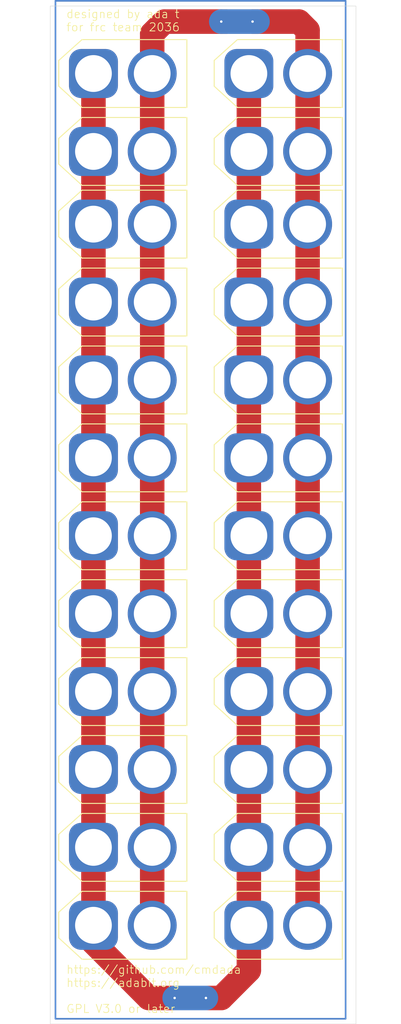
<source format=kicad_pcb>
(kicad_pcb (version 20241229) (generator "pcbnew") (generator_version "9.0")
  (layers (0 "F.Cu" signal) (2 "B.Cu" signal) (13 "F.Paste" user) (15 "B.Paste" user) (5 "F.SilkS" user "F.Silkscreen") (7 "B.SilkS" user "B.Silkscreen") (1 "F.Mask" user) (3 "B.Mask" user) (25 "Edge.Cuts" user))
  (net 0 "")
  (footprint "Connector_AMASS:AMASS_XT60-F_1x02_P7.20mm_Vertical" (layer "F.Cu") (at 99.905 132.08)
    (property "Reference" "REF**" (hide yes))
    (property "Value" "AMASS_XT60-F_1x02_P7.20mm_Vertical")
    (fp_line (start -4.25 -1.6) (end -4.25 1.55) (stroke (width 0.12)) (layer "F.SilkS"))
    (fp_line (start -4.25 1.55) (end -1.4 4.15) (stroke (width 0.12)) (layer "F.SilkS"))
    (fp_line (start -1.4 -4.15) (end -4.25 -1.6) (stroke (width 0.12)) (layer "F.SilkS"))
    (fp_line (start -1.4 4.15) (end 11.45 4.15) (stroke (width 0.12)) (layer "F.SilkS"))
    (fp_line (start 11.45 -4.15) (end -1.4 -4.15) (stroke (width 0.12)) (layer "F.SilkS"))
    (fp_line (start 11.45 4.15) (end 11.45 -4.15) (stroke (width 0.12)) (layer "F.SilkS"))
    (pad "1" thru_hole roundrect (at 0 0) (size 6 6) (drill 4.5) (layers "*.Cu" "*.Mask"))
    (pad "2" thru_hole circle (at 7.2 0) (size 6 6) (drill 4.5) (layers "*.Cu" "*.Mask"))
  )
  (footprint "Connector_AMASS:AMASS_XT60-F_1x02_P7.20mm_Vertical" (layer "F.Cu") (at 118.955 113.03)
    (property "Reference" "REF**" (hide yes))
    (property "Value" "AMASS_XT60-F_1x02_P7.20mm_Vertical")
    (fp_line (start -4.25 -1.6) (end -4.25 1.55) (stroke (width 0.12)) (layer "F.SilkS") (net 159406928))
    (fp_line (start -4.25 1.55) (end -1.4 4.15) (stroke (width 0.12)) (layer "F.SilkS") (net 159406928))
    (fp_line (start -1.4 -4.15) (end -4.25 -1.6) (stroke (width 0.12)) (layer "F.SilkS") (net 159406928))
    (fp_line (start -1.4 4.15) (end 11.45 4.15) (stroke (width 0.12)) (layer "F.SilkS") (net 159406928))
    (fp_line (start 11.45 -4.15) (end -1.4 -4.15) (stroke (width 0.12)) (layer "F.SilkS") (net 159406928))
    (fp_line (start 11.45 4.15) (end 11.45 -4.15) (stroke (width 0.12)) (layer "F.SilkS") (net 159406928))
    (pad "1" thru_hole roundrect (at 0 0) (size 6 6) (drill 4.5) (layers "*.Cu" "*.Mask"))
    (pad "2" thru_hole circle (at 7.2 0) (size 6 6) (drill 4.5) (layers "*.Cu" "*.Mask"))
  )
  (footprint "Connector_AMASS:AMASS_XT60-F_1x02_P7.20mm_Vertical" (layer "F.Cu") (at 118.955 151.13)
    (property "Reference" "REF**" (hide yes))
    (property "Value" "AMASS_XT60-F_1x02_P7.20mm_Vertical")
    (fp_line (start -4.25 -1.6) (end -4.25 1.55) (stroke (width 0.12)) (layer "F.SilkS") (net 159406928))
    (fp_line (start -4.25 1.55) (end -1.4 4.15) (stroke (width 0.12)) (layer "F.SilkS") (net 159406928))
    (fp_line (start -1.4 -4.15) (end -4.25 -1.6) (stroke (width 0.12)) (layer "F.SilkS") (net 159406928))
    (fp_line (start -1.4 4.15) (end 11.45 4.15) (stroke (width 0.12)) (layer "F.SilkS") (net 159406928))
    (fp_line (start 11.45 -4.15) (end -1.4 -4.15) (stroke (width 0.12)) (layer "F.SilkS") (net 159406928))
    (fp_line (start 11.45 4.15) (end 11.45 -4.15) (stroke (width 0.12)) (layer "F.SilkS") (net 159406928))
    (pad "1" thru_hole roundrect (at 0 0) (size 6 6) (drill 4.5) (layers "*.Cu" "*.Mask"))
    (pad "2" thru_hole circle (at 7.2 0) (size 6 6) (drill 4.5) (layers "*.Cu" "*.Mask"))
  )
  (footprint "Connector_AMASS:AMASS_XT60-F_1x02_P7.20mm_Vertical" (layer "F.Cu") (at 118.955 141.605)
    (property "Reference" "REF**" (hide yes))
    (property "Value" "AMASS_XT60-F_1x02_P7.20mm_Vertical")
    (fp_line (start -4.25 -1.6) (end -4.25 1.55) (stroke (width 0.12)) (layer "F.SilkS") (net 159406928))
    (fp_line (start -4.25 1.55) (end -1.4 4.15) (stroke (width 0.12)) (layer "F.SilkS") (net 159406928))
    (fp_line (start -1.4 -4.15) (end -4.25 -1.6) (stroke (width 0.12)) (layer "F.SilkS") (net 159406928))
    (fp_line (start -1.4 4.15) (end 11.45 4.15) (stroke (width 0.12)) (layer "F.SilkS") (net 159406928))
    (fp_line (start 11.45 -4.15) (end -1.4 -4.15) (stroke (width 0.12)) (layer "F.SilkS") (net 159406928))
    (fp_line (start 11.45 4.15) (end 11.45 -4.15) (stroke (width 0.12)) (layer "F.SilkS") (net 159406928))
    (pad "1" thru_hole roundrect (at 0 0) (size 6 6) (drill 4.5) (layers "*.Cu" "*.Mask"))
    (pad "2" thru_hole circle (at 7.2 0) (size 6 6) (drill 4.5) (layers "*.Cu" "*.Mask"))
  )
  (footprint "Connector_AMASS:AMASS_XT60-F_1x02_P7.20mm_Vertical" (layer "F.Cu") (at 118.955 132.08)
    (property "Reference" "REF**" (hide yes))
    (property "Value" "AMASS_XT60-F_1x02_P7.20mm_Vertical")
    (fp_line (start -4.25 -1.6) (end -4.25 1.55) (stroke (width 0.12)) (layer "F.SilkS") (net 159406928))
    (fp_line (start -4.25 1.55) (end -1.4 4.15) (stroke (width 0.12)) (layer "F.SilkS") (net 159406928))
    (fp_line (start -1.4 -4.15) (end -4.25 -1.6) (stroke (width 0.12)) (layer "F.SilkS") (net 159406928))
    (fp_line (start -1.4 4.15) (end 11.45 4.15) (stroke (width 0.12)) (layer "F.SilkS") (net 159406928))
    (fp_line (start 11.45 -4.15) (end -1.4 -4.15) (stroke (width 0.12)) (layer "F.SilkS") (net 159406928))
    (fp_line (start 11.45 4.15) (end 11.45 -4.15) (stroke (width 0.12)) (layer "F.SilkS") (net 159406928))
    (pad "1" thru_hole roundrect (at 0 0) (size 6 6) (drill 4.5) (layers "*.Cu" "*.Mask"))
    (pad "2" thru_hole circle (at 7.2 0) (size 6 6) (drill 4.5) (layers "*.Cu" "*.Mask"))
  )
  (footprint "Connector_AMASS:AMASS_XT60-F_1x02_P7.20mm_Vertical" (layer "F.Cu") (at 118.955 122.555)
    (property "Reference" "REF**" (hide yes))
    (property "Value" "AMASS_XT60-F_1x02_P7.20mm_Vertical")
    (fp_line (start -4.25 -1.6) (end -4.25 1.55) (stroke (width 0.12)) (layer "F.SilkS") (net 159406928))
    (fp_line (start -4.25 1.55) (end -1.4 4.15) (stroke (width 0.12)) (layer "F.SilkS") (net 159406928))
    (fp_line (start -1.4 -4.15) (end -4.25 -1.6) (stroke (width 0.12)) (layer "F.SilkS") (net 159406928))
    (fp_line (start -1.4 4.15) (end 11.45 4.15) (stroke (width 0.12)) (layer "F.SilkS") (net 159406928))
    (fp_line (start 11.45 -4.15) (end -1.4 -4.15) (stroke (width 0.12)) (layer "F.SilkS") (net 159406928))
    (fp_line (start 11.45 4.15) (end 11.45 -4.15) (stroke (width 0.12)) (layer "F.SilkS") (net 159406928))
    (pad "1" thru_hole roundrect (at 0 0) (size 6 6) (drill 4.5) (layers "*.Cu" "*.Mask"))
    (pad "2" thru_hole circle (at 7.2 0) (size 6 6) (drill 4.5) (layers "*.Cu" "*.Mask"))
  )
  (footprint "Connector_AMASS:AMASS_XT60-F_1x02_P7.20mm_Vertical" (layer "F.Cu") (at 99.905 141.605)
    (property "Reference" "REF**" (hide yes))
    (property "Value" "AMASS_XT60-F_1x02_P7.20mm_Vertical")
    (fp_line (start -4.25 -1.6) (end -4.25 1.55) (stroke (width 0.12)) (layer "F.SilkS"))
    (fp_line (start -4.25 1.55) (end -1.4 4.15) (stroke (width 0.12)) (layer "F.SilkS"))
    (fp_line (start -1.4 -4.15) (end -4.25 -1.6) (stroke (width 0.12)) (layer "F.SilkS"))
    (fp_line (start -1.4 4.15) (end 11.45 4.15) (stroke (width 0.12)) (layer "F.SilkS"))
    (fp_line (start 11.45 -4.15) (end -1.4 -4.15) (stroke (width 0.12)) (layer "F.SilkS"))
    (fp_line (start 11.45 4.15) (end 11.45 -4.15) (stroke (width 0.12)) (layer "F.SilkS"))
    (pad "1" thru_hole roundrect (at 0 0) (size 6 6) (drill 4.5) (layers "*.Cu" "*.Mask"))
    (pad "2" thru_hole circle (at 7.2 0) (size 6 6) (drill 4.5) (layers "*.Cu" "*.Mask"))
  )
  (footprint "Connector_AMASS:AMASS_XT60-F_1x02_P7.20mm_Vertical" (layer "F.Cu") (at 118.955 74.93)
    (property "Reference" "REF**" (hide yes))
    (property "Value" "AMASS_XT60-F_1x02_P7.20mm_Vertical")
    (fp_line (start -4.25 -1.6) (end -4.25 1.55) (stroke (width 0.12)) (layer "F.SilkS") (net 159406928))
    (fp_line (start -4.25 1.55) (end -1.4 4.15) (stroke (width 0.12)) (layer "F.SilkS") (net 159406928))
    (fp_line (start -1.4 -4.15) (end -4.25 -1.6) (stroke (width 0.12)) (layer "F.SilkS") (net 159406928))
    (fp_line (start -1.4 4.15) (end 11.45 4.15) (stroke (width 0.12)) (layer "F.SilkS") (net 159406928))
    (fp_line (start 11.45 -4.15) (end -1.4 -4.15) (stroke (width 0.12)) (layer "F.SilkS") (net 159406928))
    (fp_line (start 11.45 4.15) (end 11.45 -4.15) (stroke (width 0.12)) (layer "F.SilkS") (net 159406928))
    (pad "1" thru_hole roundrect (at 0 0) (size 6 6) (drill 4.5) (layers "*.Cu" "*.Mask"))
    (pad "2" thru_hole circle (at 7.2 0) (size 6 6) (drill 4.5) (layers "*.Cu" "*.Mask"))
  )
  (footprint "Connector_AMASS:AMASS_XT60-F_1x02_P7.20mm_Vertical" (layer "F.Cu") (at 99.905 103.505)
    (property "Reference" "REF**" (hide yes))
    (property "Value" "AMASS_XT60-F_1x02_P7.20mm_Vertical")
    (fp_line (start -4.25 -1.6) (end -4.25 1.55) (stroke (width 0.12)) (layer "F.SilkS"))
    (fp_line (start -4.25 1.55) (end -1.4 4.15) (stroke (width 0.12)) (layer "F.SilkS"))
    (fp_line (start -1.4 -4.15) (end -4.25 -1.6) (stroke (width 0.12)) (layer "F.SilkS"))
    (fp_line (start -1.4 4.15) (end 11.45 4.15) (stroke (width 0.12)) (layer "F.SilkS"))
    (fp_line (start 11.45 -4.15) (end -1.4 -4.15) (stroke (width 0.12)) (layer "F.SilkS"))
    (fp_line (start 11.45 4.15) (end 11.45 -4.15) (stroke (width 0.12)) (layer "F.SilkS"))
    (pad "1" thru_hole roundrect (at 0 0) (size 6 6) (drill 4.5) (layers "*.Cu" "*.Mask"))
    (pad "2" thru_hole circle (at 7.2 0) (size 6 6) (drill 4.5) (layers "*.Cu" "*.Mask"))
  )
  (footprint "Connector_AMASS:AMASS_XT60-F_1x02_P7.20mm_Vertical" (layer "F.Cu") (at 118.955 93.98)
    (property "Reference" "REF**" (hide yes))
    (property "Value" "AMASS_XT60-F_1x02_P7.20mm_Vertical")
    (fp_line (start -4.25 -1.6) (end -4.25 1.55) (stroke (width 0.12)) (layer "F.SilkS") (net 159406928))
    (fp_line (start -4.25 1.55) (end -1.4 4.15) (stroke (width 0.12)) (layer "F.SilkS") (net 159406928))
    (fp_line (start -1.4 -4.15) (end -4.25 -1.6) (stroke (width 0.12)) (layer "F.SilkS") (net 159406928))
    (fp_line (start -1.4 4.15) (end 11.45 4.15) (stroke (width 0.12)) (layer "F.SilkS") (net 159406928))
    (fp_line (start 11.45 -4.15) (end -1.4 -4.15) (stroke (width 0.12)) (layer "F.SilkS") (net 159406928))
    (fp_line (start 11.45 4.15) (end 11.45 -4.15) (stroke (width 0.12)) (layer "F.SilkS") (net 159406928))
    (pad "1" thru_hole roundrect (at 0 0) (size 6 6) (drill 4.5) (layers "*.Cu" "*.Mask"))
    (pad "2" thru_hole circle (at 7.2 0) (size 6 6) (drill 4.5) (layers "*.Cu" "*.Mask"))
  )
  (footprint "Connector_AMASS:AMASS_XT60-F_1x02_P7.20mm_Vertical" (layer "F.Cu") (at 99.905 56.515)
    (property "Reference" "REF**" (hide yes))
    (property "Value" "AMASS_XT60-F_1x02_P7.20mm_Vertical")
    (fp_line (start -4.25 -1.6) (end -4.25 1.55) (stroke (width 0.12)) (layer "F.SilkS"))
    (fp_line (start -4.25 1.55) (end -1.4 4.15) (stroke (width 0.12)) (layer "F.SilkS"))
    (fp_line (start -1.4 -4.15) (end -4.25 -1.6) (stroke (width 0.12)) (layer "F.SilkS"))
    (fp_line (start -1.4 4.15) (end 11.45 4.15) (stroke (width 0.12)) (layer "F.SilkS"))
    (fp_line (start 11.45 -4.15) (end -1.4 -4.15) (stroke (width 0.12)) (layer "F.SilkS"))
    (fp_line (start 11.45 4.15) (end 11.45 -4.15) (stroke (width 0.12)) (layer "F.SilkS"))
    (pad "1" thru_hole roundrect (at 0 0) (size 6 6) (drill 4.5) (layers "*.Cu" "*.Mask"))
    (pad "2" thru_hole circle (at 7.2 0) (size 6 6) (drill 4.5) (layers "*.Cu" "*.Mask"))
  )
  (footprint "Connector_AMASS:AMASS_XT60-F_1x02_P7.20mm_Vertical" (layer "F.Cu") (at 118.955 65.405)
    (property "Reference" "REF**" (hide yes))
    (property "Value" "AMASS_XT60-F_1x02_P7.20mm_Vertical")
    (fp_line (start -4.25 -1.6) (end -4.25 1.55) (stroke (width 0.12)) (layer "F.SilkS") (net 159406928))
    (fp_line (start -4.25 1.55) (end -1.4 4.15) (stroke (width 0.12)) (layer "F.SilkS") (net 159406928))
    (fp_line (start -1.4 -4.15) (end -4.25 -1.6) (stroke (width 0.12)) (layer "F.SilkS") (net 159406928))
    (fp_line (start -1.4 4.15) (end 11.45 4.15) (stroke (width 0.12)) (layer "F.SilkS") (net 159406928))
    (fp_line (start 11.45 -4.15) (end -1.4 -4.15) (stroke (width 0.12)) (layer "F.SilkS") (net 159406928))
    (fp_line (start 11.45 4.15) (end 11.45 -4.15) (stroke (width 0.12)) (layer "F.SilkS") (net 159406928))
    (pad "1" thru_hole roundrect (at 0 0) (size 6 6) (drill 4.5) (layers "*.Cu" "*.Mask"))
    (pad "2" thru_hole circle (at 7.2 0) (size 6 6) (drill 4.5) (layers "*.Cu" "*.Mask"))
  )
  (footprint "Connector_AMASS:AMASS_XT60-F_1x02_P7.20mm_Vertical" (layer "F.Cu") (at 118.955 56.515)
    (property "Reference" "REF**" (hide yes))
    (property "Value" "AMASS_XT60-F_1x02_P7.20mm_Vertical")
    (fp_line (start -4.25 -1.6) (end -4.25 1.55) (stroke (width 0.12)) (layer "F.SilkS") (net 159406928))
    (fp_line (start -4.25 1.55) (end -1.4 4.15) (stroke (width 0.12)) (layer "F.SilkS") (net 159406928))
    (fp_line (start -1.4 -4.15) (end -4.25 -1.6) (stroke (width 0.12)) (layer "F.SilkS") (net 159406928))
    (fp_line (start -1.4 4.15) (end 11.45 4.15) (stroke (width 0.12)) (layer "F.SilkS") (net 159406928))
    (fp_line (start 11.45 -4.15) (end -1.4 -4.15) (stroke (width 0.12)) (layer "F.SilkS") (net 159406928))
    (fp_line (start 11.45 4.15) (end 11.45 -4.15) (stroke (width 0.12)) (layer "F.SilkS") (net 159406928))
    (pad "1" thru_hole roundrect (at 0 0) (size 6 6) (drill 4.5) (layers "*.Cu" "*.Mask"))
    (pad "2" thru_hole circle (at 7.2 0) (size 6 6) (drill 4.5) (layers "*.Cu" "*.Mask"))
  )
  (footprint "Connector_AMASS:AMASS_XT60-F_1x02_P7.20mm_Vertical" (layer "F.Cu") (at 99.905 122.555)
    (property "Reference" "REF**" (hide yes))
    (property "Value" "AMASS_XT60-F_1x02_P7.20mm_Vertical")
    (fp_line (start -4.25 -1.6) (end -4.25 1.55) (stroke (width 0.12)) (layer "F.SilkS"))
    (fp_line (start -4.25 1.55) (end -1.4 4.15) (stroke (width 0.12)) (layer "F.SilkS"))
    (fp_line (start -1.4 -4.15) (end -4.25 -1.6) (stroke (width 0.12)) (layer "F.SilkS"))
    (fp_line (start -1.4 4.15) (end 11.45 4.15) (stroke (width 0.12)) (layer "F.SilkS"))
    (fp_line (start 11.45 -4.15) (end -1.4 -4.15) (stroke (width 0.12)) (layer "F.SilkS"))
    (fp_line (start 11.45 4.15) (end 11.45 -4.15) (stroke (width 0.12)) (layer "F.SilkS"))
    (pad "1" thru_hole roundrect (at 0 0) (size 6 6) (drill 4.5) (layers "*.Cu" "*.Mask"))
    (pad "2" thru_hole circle (at 7.2 0) (size 6 6) (drill 4.5) (layers "*.Cu" "*.Mask"))
  )
  (footprint "Connector_AMASS:AMASS_XT60-F_1x02_P7.20mm_Vertical" (layer "F.Cu") (at 99.905 93.98)
    (property "Reference" "REF**" (hide yes))
    (property "Value" "AMASS_XT60-F_1x02_P7.20mm_Vertical")
    (fp_line (start -4.25 -1.6) (end -4.25 1.55) (stroke (width 0.12)) (layer "F.SilkS"))
    (fp_line (start -4.25 1.55) (end -1.4 4.15) (stroke (width 0.12)) (layer "F.SilkS"))
    (fp_line (start -1.4 -4.15) (end -4.25 -1.6) (stroke (width 0.12)) (layer "F.SilkS"))
    (fp_line (start -1.4 4.15) (end 11.45 4.15) (stroke (width 0.12)) (layer "F.SilkS"))
    (fp_line (start 11.45 -4.15) (end -1.4 -4.15) (stroke (width 0.12)) (layer "F.SilkS"))
    (fp_line (start 11.45 4.15) (end 11.45 -4.15) (stroke (width 0.12)) (layer "F.SilkS"))
    (pad "1" thru_hole roundrect (at 0 0) (size 6 6) (drill 4.5) (layers "*.Cu" "*.Mask"))
    (pad "2" thru_hole circle (at 7.2 0) (size 6 6) (drill 4.5) (layers "*.Cu" "*.Mask"))
  )
  (footprint "Connector_AMASS:AMASS_XT60-F_1x02_P7.20mm_Vertical" (layer "F.Cu") (at 118.955 103.505)
    (property "Reference" "REF**" (hide yes))
    (property "Value" "AMASS_XT60-F_1x02_P7.20mm_Vertical")
    (fp_line (start -4.25 -1.6) (end -4.25 1.55) (stroke (width 0.12)) (layer "F.SilkS") (net 159406928))
    (fp_line (start -4.25 1.55) (end -1.4 4.15) (stroke (width 0.12)) (layer "F.SilkS") (net 159406928))
    (fp_line (start -1.4 -4.15) (end -4.25 -1.6) (stroke (width 0.12)) (layer "F.SilkS") (net 159406928))
    (fp_line (start -1.4 4.15) (end 11.45 4.15) (stroke (width 0.12)) (layer "F.SilkS") (net 159406928))
    (fp_line (start 11.45 -4.15) (end -1.4 -4.15) (stroke (width 0.12)) (layer "F.SilkS") (net 159406928))
    (fp_line (start 11.45 4.15) (end 11.45 -4.15) (stroke (width 0.12)) (layer "F.SilkS") (net 159406928))
    (pad "1" thru_hole roundrect (at 0 0) (size 6 6) (drill 4.5) (layers "*.Cu" "*.Mask"))
    (pad "2" thru_hole circle (at 7.2 0) (size 6 6) (drill 4.5) (layers "*.Cu" "*.Mask"))
  )
  (footprint "Connector_AMASS:AMASS_XT60-F_1x02_P7.20mm_Vertical" (layer "F.Cu") (at 118.955 46.99)
    (property "Reference" "REF**" (hide yes))
    (property "Value" "AMASS_XT60-F_1x02_P7.20mm_Vertical")
    (fp_line (start -4.25 -1.6) (end -4.25 1.55) (stroke (width 0.12)) (layer "F.SilkS") (net 159406928))
    (fp_line (start -4.25 1.55) (end -1.4 4.15) (stroke (width 0.12)) (layer "F.SilkS") (net 159406928))
    (fp_line (start -1.4 -4.15) (end -4.25 -1.6) (stroke (width 0.12)) (layer "F.SilkS") (net 159406928))
    (fp_line (start -1.4 4.15) (end 11.45 4.15) (stroke (width 0.12)) (layer "F.SilkS") (net 159406928))
    (fp_line (start 11.45 -4.15) (end -1.4 -4.15) (stroke (width 0.12)) (layer "F.SilkS") (net 159406928))
    (fp_line (start 11.45 4.15) (end 11.45 -4.15) (stroke (width 0.12)) (layer "F.SilkS") (net 159406928))
    (pad "1" thru_hole roundrect (at 0 0) (size 6 6) (drill 4.5) (layers "*.Cu" "*.Mask"))
    (pad "2" thru_hole circle (at 7.2 0) (size 6 6) (drill 4.5) (layers "*.Cu" "*.Mask"))
  )
  (footprint "Connector_AMASS:AMASS_XT60-F_1x02_P7.20mm_Vertical" (layer "F.Cu") (at 99.905 113.03)
    (property "Reference" "REF**" (hide yes))
    (property "Value" "AMASS_XT60-F_1x02_P7.20mm_Vertical")
    (fp_line (start -4.25 -1.6) (end -4.25 1.55) (stroke (width 0.12)) (layer "F.SilkS"))
    (fp_line (start -4.25 1.55) (end -1.4 4.15) (stroke (width 0.12)) (layer "F.SilkS"))
    (fp_line (start -1.4 -4.15) (end -4.25 -1.6) (stroke (width 0.12)) (layer "F.SilkS"))
    (fp_line (start -1.4 4.15) (end 11.45 4.15) (stroke (width 0.12)) (layer "F.SilkS"))
    (fp_line (start 11.45 -4.15) (end -1.4 -4.15) (stroke (width 0.12)) (layer "F.SilkS"))
    (fp_line (start 11.45 4.15) (end 11.45 -4.15) (stroke (width 0.12)) (layer "F.SilkS"))
    (pad "1" thru_hole roundrect (at 0 0) (size 6 6) (drill 4.5) (layers "*.Cu" "*.Mask"))
    (pad "2" thru_hole circle (at 7.2 0) (size 6 6) (drill 4.5) (layers "*.Cu" "*.Mask"))
  )
  (footprint "Connector_AMASS:AMASS_XT60-F_1x02_P7.20mm_Vertical" (layer "F.Cu") (at 118.955 84.455)
    (property "Reference" "REF**" (hide yes))
    (property "Value" "AMASS_XT60-F_1x02_P7.20mm_Vertical")
    (fp_line (start -4.25 -1.6) (end -4.25 1.55) (stroke (width 0.12)) (layer "F.SilkS") (net 159406928))
    (fp_line (start -4.25 1.55) (end -1.4 4.15) (stroke (width 0.12)) (layer "F.SilkS") (net 159406928))
    (fp_line (start -1.4 -4.15) (end -4.25 -1.6) (stroke (width 0.12)) (layer "F.SilkS") (net 159406928))
    (fp_line (start -1.4 4.15) (end 11.45 4.15) (stroke (width 0.12)) (layer "F.SilkS") (net 159406928))
    (fp_line (start 11.45 -4.15) (end -1.4 -4.15) (stroke (width 0.12)) (layer "F.SilkS") (net 159406928))
    (fp_line (start 11.45 4.15) (end 11.45 -4.15) (stroke (width 0.12)) (layer "F.SilkS") (net 159406928))
    (pad "1" thru_hole roundrect (at 0 0) (size 6 6) (drill 4.5) (layers "*.Cu" "*.Mask"))
    (pad "2" thru_hole circle (at 7.2 0) (size 6 6) (drill 4.5) (layers "*.Cu" "*.Mask"))
  )
  (footprint "Connector_AMASS:AMASS_XT60-F_1x02_P7.20mm_Vertical" (layer "F.Cu") (at 99.905 151.13)
    (property "Reference" "REF**" (hide yes))
    (property "Value" "AMASS_XT60-F_1x02_P7.20mm_Vertical")
    (fp_line (start -4.25 -1.6) (end -4.25 1.55) (stroke (width 0.12)) (layer "F.SilkS"))
    (fp_line (start -4.25 1.55) (end -1.4 4.15) (stroke (width 0.12)) (layer "F.SilkS"))
    (fp_line (start -1.4 -4.15) (end -4.25 -1.6) (stroke (width 0.12)) (layer "F.SilkS"))
    (fp_line (start -1.4 4.15) (end 11.45 4.15) (stroke (width 0.12)) (layer "F.SilkS"))
    (fp_line (start 11.45 -4.15) (end -1.4 -4.15) (stroke (width 0.12)) (layer "F.SilkS"))
    (fp_line (start 11.45 4.15) (end 11.45 -4.15) (stroke (width 0.12)) (layer "F.SilkS"))
    (pad "1" thru_hole roundrect (at 0 0) (size 6 6) (drill 4.5) (layers "*.Cu" "*.Mask"))
    (pad "2" thru_hole circle (at 7.2 0) (size 6 6) (drill 4.5) (layers "*.Cu" "*.Mask"))
  )
  (footprint "Connector_AMASS:AMASS_XT60-F_1x02_P7.20mm_Vertical" (layer "F.Cu") (at 99.905 84.455)
    (property "Reference" "REF**" (hide yes))
    (property "Value" "AMASS_XT60-F_1x02_P7.20mm_Vertical")
    (fp_line (start -4.25 -1.6) (end -4.25 1.55) (stroke (width 0.12)) (layer "F.SilkS"))
    (fp_line (start -4.25 1.55) (end -1.4 4.15) (stroke (width 0.12)) (layer "F.SilkS"))
    (fp_line (start -1.4 -4.15) (end -4.25 -1.6) (stroke (width 0.12)) (layer "F.SilkS"))
    (fp_line (start -1.4 4.15) (end 11.45 4.15) (stroke (width 0.12)) (layer "F.SilkS"))
    (fp_line (start 11.45 -4.15) (end -1.4 -4.15) (stroke (width 0.12)) (layer "F.SilkS"))
    (fp_line (start 11.45 4.15) (end 11.45 -4.15) (stroke (width 0.12)) (layer "F.SilkS"))
    (pad "1" thru_hole roundrect (at 0 0) (size 6 6) (drill 4.5) (layers "*.Cu" "*.Mask"))
    (pad "2" thru_hole circle (at 7.2 0) (size 6 6) (drill 4.5) (layers "*.Cu" "*.Mask"))
  )
  (footprint "Connector_AMASS:AMASS_XT60-F_1x02_P7.20mm_Vertical" (layer "F.Cu") (at 99.905 46.99)
    (property "Reference" "REF**" (hide yes))
    (property "Value" "AMASS_XT60-F_1x02_P7.20mm_Vertical")
    (fp_line (start -4.25 -1.6) (end -4.25 1.55) (stroke (width 0.12)) (layer "F.SilkS"))
    (fp_line (start -4.25 1.55) (end -1.4 4.15) (stroke (width 0.12)) (layer "F.SilkS"))
    (fp_line (start -1.4 -4.15) (end -4.25 -1.6) (stroke (width 0.12)) (layer "F.SilkS"))
    (fp_line (start -1.4 4.15) (end 11.45 4.15) (stroke (width 0.12)) (layer "F.SilkS"))
    (fp_line (start 11.45 -4.15) (end -1.4 -4.15) (stroke (width 0.12)) (layer "F.SilkS"))
    (fp_line (start 11.45 4.15) (end 11.45 -4.15) (stroke (width 0.12)) (layer "F.SilkS"))
    (pad "1" thru_hole roundrect (at 0 0) (size 6 6) (drill 4.5) (layers "*.Cu" "*.Mask"))
    (pad "2" thru_hole circle (at 7.2 0) (size 6 6) (drill 4.5) (layers "*.Cu" "*.Mask"))
  )
  (footprint "Connector_AMASS:AMASS_XT60-F_1x02_P7.20mm_Vertical" (layer "F.Cu") (at 99.905 65.405)
    (property "Reference" "REF**" (hide yes))
    (property "Value" "AMASS_XT60-F_1x02_P7.20mm_Vertical")
    (fp_line (start -4.25 -1.6) (end -4.25 1.55) (stroke (width 0.12)) (layer "F.SilkS"))
    (fp_line (start -4.25 1.55) (end -1.4 4.15) (stroke (width 0.12)) (layer "F.SilkS"))
    (fp_line (start -1.4 -4.15) (end -4.25 -1.6) (stroke (width 0.12)) (layer "F.SilkS"))
    (fp_line (start -1.4 4.15) (end 11.45 4.15) (stroke (width 0.12)) (layer "F.SilkS"))
    (fp_line (start 11.45 -4.15) (end -1.4 -4.15) (stroke (width 0.12)) (layer "F.SilkS"))
    (fp_line (start 11.45 4.15) (end 11.45 -4.15) (stroke (width 0.12)) (layer "F.SilkS"))
    (pad "1" thru_hole roundrect (at 0 0) (size 6 6) (drill 4.5) (layers "*.Cu" "*.Mask"))
    (pad "2" thru_hole circle (at 7.2 0) (size 6 6) (drill 4.5) (layers "*.Cu" "*.Mask"))
  )
  (footprint "Connector_AMASS:AMASS_XT60-F_1x02_P7.20mm_Vertical" (layer "F.Cu") (at 99.905 74.93)
    (property "Reference" "REF**" (hide yes))
    (property "Value" "AMASS_XT60-F_1x02_P7.20mm_Vertical")
    (fp_line (start -4.25 -1.6) (end -4.25 1.55) (stroke (width 0.12)) (layer "F.SilkS"))
    (fp_line (start -4.25 1.55) (end -1.4 4.15) (stroke (width 0.12)) (layer "F.SilkS"))
    (fp_line (start -1.4 -4.15) (end -4.25 -1.6) (stroke (width 0.12)) (layer "F.SilkS"))
    (fp_line (start -1.4 4.15) (end 11.45 4.15) (stroke (width 0.12)) (layer "F.SilkS"))
    (fp_line (start 11.45 -4.15) (end -1.4 -4.15) (stroke (width 0.12)) (layer "F.SilkS"))
    (fp_line (start 11.45 4.15) (end 11.45 -4.15) (stroke (width 0.12)) (layer "F.SilkS"))
    (pad "1" thru_hole roundrect (at 0 0) (size 6 6) (drill 4.5) (layers "*.Cu" "*.Mask"))
    (pad "2" thru_hole circle (at 7.2 0) (size 6 6) (drill 4.5) (layers "*.Cu" "*.Mask"))
  )
  (gr_line (start 95.25 162.56) (end 95.25 38.1) (stroke (width 0.2)) (layer "B.Cu"))
  (gr_line (start 130.81 38.1) (end 130.81 162.56) (stroke (width 0.2)) (layer "B.Cu"))
  (gr_line (start 95.25 38.1) (end 130.81 38.1) (stroke (width 0.2)) (layer "B.Cu"))
  (gr_line (start 130.81 162.56) (end 95.25 162.56) (stroke (width 0.2)) (layer "B.Cu"))
  (gr_rect (start 94.615 38.735) (end 132.08 163.195) (stroke (width 0.05)) (fill no) (layer "Edge.Cuts"))
  (gr_text "designed by ada t\nfor frc team 2036" (at 96.52 41.91 0) (layer "F.SilkS") (effects (font (size 1 1) (thickness 0.1)) (justify left bottom)))
  (gr_text "https://github.com/cmdada\nhttps://adabit.org" (at 96.52 158.75 0) (layer "F.SilkS") (effects (font (size 1 1) (thickness 0.1)) (justify left bottom)))
  (gr_text "GPL V3.0 or later" (at 96.52 161.925 0) (layer "F.SilkS") (effects (font (size 1 1) (thickness 0.1)) (justify left bottom)))
  (segment (start 126.155 132.08) (end 126.155 141.605) (width 0.2) (layer "F.Cu") (net 0))
  (segment (start 115.57 40.64) (end 116.205 40.64) (width 3) (layer "F.Cu") (net 0))
  (segment (start 107.105 113.03) (end 107.105 103.505) (width 0.2) (layer "F.Cu") (net 0))
  (segment (start 126.155 46.99) (end 126.155 41.7) (width 3) (layer "F.Cu") (net 0))
  (segment (start 118.955 113.03) (end 118.955 103.505) (width 0.2) (layer "F.Cu") (net 0))
  (segment (start 118.955 103.505) (end 118.955 93.98) (width 0.2) (layer "F.Cu") (net 0))
  (segment (start 126.155 103.505) (end 126.155 113.03) (width 0.2) (layer "F.Cu") (net 0))
  (segment (start 107.105 74.93) (end 107.105 65.405) (width 0.2) (layer "F.Cu") (net 0))
  (segment (start 118.955 150.92) (end 118.955 141.605) (width 0.2) (layer "F.Cu") (net 0))
  (segment (start 118.955 65.405) (end 118.955 56.515) (width 0.2) (layer "F.Cu") (net 0))
  (segment (start 118.955 74.93) (end 118.955 65.405) (width 0.2) (layer "F.Cu") (net 0))
  (segment (start 126.155 84.455) (end 126.155 93.98) (width 0.2) (layer "F.Cu") (net 0))
  (segment (start 126.155 56.515) (end 126.155 65.405) (width 0.2) (layer "F.Cu") (net 0))
  (segment (start 99.905 103.505) (end 99.905 113.03) (width 3) (layer "F.Cu") (net 0))
  (segment (start 126.155 93.98) (end 126.155 103.505) (width 0.2) (layer "F.Cu") (net 0))
  (segment (start 126.155 41.7) (end 125.095 40.64) (width 3) (layer "F.Cu") (net 0))
  (segment (start 115.57 160.02) (end 113.691 160.02) (width 3) (layer "F.Cu") (net 0))
  (segment (start 99.905 151.13) (end 99.905 153.245) (width 3) (layer "F.Cu") (net 0))
  (segment (start 107.105 56.515) (end 107.105 46.99) (width 0.2) (layer "F.Cu") (net 0))
  (segment (start 99.905 65.405) (end 99.905 74.93) (width 3) (layer "F.Cu") (net 0))
  (segment (start 107.105 122.555) (end 107.105 113.03) (width 0.2) (layer "F.Cu") (net 0))
  (segment (start 99.905 84.455) (end 99.905 93.98) (width 3) (layer "F.Cu") (net 0))
  (segment (start 118.955 132.08) (end 118.955 122.555) (width 0.2) (layer "F.Cu") (net 0))
  (segment (start 99.905 122.555) (end 99.905 132.08) (width 3) (layer "F.Cu") (net 0))
  (segment (start 118.955 151.13) (end 118.955 46.99) (width 3) (layer "F.Cu") (net 0))
  (segment (start 118.955 151.13) (end 118.955 156.635) (width 3) (layer "F.Cu") (net 0))
  (segment (start 107.105 42.12) (end 108.585 40.64) (width 3) (layer "F.Cu") (net 0))
  (segment (start 118.955 141.605) (end 118.955 132.08) (width 0.2) (layer "F.Cu") (net 0))
  (segment (start 107.105 151.13) (end 107.105 141.605) (width 0.2) (layer "F.Cu") (net 0))
  (segment (start 126.155 65.405) (end 126.155 74.93) (width 0.2) (layer "F.Cu") (net 0))
  (segment (start 126.155 74.93) (end 126.155 84.455) (width 0.2) (layer "F.Cu") (net 0))
  (segment (start 99.905 113.03) (end 99.905 122.555) (width 3) (layer "F.Cu") (net 0))
  (segment (start 118.955 56.515) (end 118.955 46.99) (width 0.2) (layer "F.Cu") (net 0))
  (segment (start 99.905 132.08) (end 99.905 141.605) (width 3) (layer "F.Cu") (net 0))
  (segment (start 118.955 156.635) (end 115.57 160.02) (width 3) (layer "F.Cu") (net 0))
  (segment (start 99.905 56.515) (end 99.905 65.405) (width 3) (layer "F.Cu") (net 0))
  (segment (start 118.955 93.98) (end 118.955 84.455) (width 0.2) (layer "F.Cu") (net 0))
  (segment (start 118.955 151.13) (end 118.745 151.13) (width 0.2) (layer "F.Cu") (net 0))
  (segment (start 126.155 122.555) (end 126.155 132.08) (width 0.2) (layer "F.Cu") (net 0))
  (segment (start 107.105 132.08) (end 107.105 122.555) (width 0.2) (layer "F.Cu") (net 0))
  (segment (start 118.955 84.455) (end 118.955 74.93) (width 0.2) (layer "F.Cu") (net 0))
  (segment (start 107.105 141.605) (end 107.105 132.08) (width 0.2) (layer "F.Cu") (net 0))
  (segment (start 99.905 46.99) (end 99.905 56.515) (width 3) (layer "F.Cu") (net 0))
  (segment (start 107.105 151.13) (end 107.105 46.99) (width 3) (layer "F.Cu") (net 0))
  (segment (start 99.905 93.98) (end 99.905 103.505) (width 3) (layer "F.Cu") (net 0))
  (segment (start 118.745 151.13) (end 118.955 150.92) (width 0.2) (layer "F.Cu") (net 0))
  (segment (start 99.905 153.245) (end 106.68 160.02) (width 3) (layer "F.Cu") (net 0))
  (segment (start 119.406 40.64) (end 125.095 40.64) (width 3) (layer "F.Cu") (net 0))
  (segment (start 99.905 74.93) (end 99.905 84.455) (width 3) (layer "F.Cu") (net 0))
  (segment (start 99.905 151.34) (end 100.965 152.4) (width 3) (layer "F.Cu") (net 0))
  (segment (start 126.155 141.605) (end 126.155 151.13) (width 0.2) (layer "F.Cu") (net 0))
  (segment (start 107.105 65.405) (end 107.105 56.515) (width 0.2) (layer "F.Cu") (net 0))
  (segment (start 118.955 154.03) (end 118.955 151.13) (width 0.2) (layer "F.Cu") (net 0))
  (segment (start 99.905 141.605) (end 99.905 151.13) (width 3) (layer "F.Cu") (net 0))
  (segment (start 107.105 84.455) (end 107.105 74.93) (width 0.2) (layer "F.Cu") (net 0))
  (segment (start 118.955 122.555) (end 118.955 113.03) (width 0.2) (layer "F.Cu") (net 0))
  (segment (start 126.155 46.99) (end 126.155 56.515) (width 0.2) (layer "F.Cu") (net 0))
  (segment (start 107.105 93.98) (end 107.105 84.455) (width 0.2) (layer "F.Cu") (net 0))
  (segment (start 106.68 160.02) (end 109.855 160.02) (width 3) (layer "F.Cu") (net 0))
  (segment (start 107.105 103.505) (end 107.105 93.98) (width 0.2) (layer "F.Cu") (net 0))
  (segment (start 109.855 160.02) (end 110.49 160.02) (width 3) (layer "F.Cu") (net 0))
  (segment (start 126.155 46.99) (end 126.155 151.13) (width 3) (layer "F.Cu") (net 0))
  (segment (start 107.105 46.99) (end 107.105 42.12) (width 3) (layer "F.Cu") (net 0))
  (segment (start 108.585 40.64) (end 115.57 40.64) (width 3) (layer "F.Cu") (net 0))
  (segment (start 126.155 113.03) (end 126.155 122.555) (width 0.2) (layer "F.Cu") (net 0))
  (via (at 109.855 160.02) (size 0.6) (drill 0.3) (layers "F.Cu" "B.Cu") (net 0))
  (via (at 115.57 40.64) (size 0.6) (drill 0.3) (layers "F.Cu" "B.Cu") (net 0))
  (via (at 119.406 40.64) (size 0.6) (drill 0.3) (layers "F.Cu" "B.Cu") (net 0))
  (via (at 113.691 160.02) (size 0.6) (drill 0.3) (layers "F.Cu" "B.Cu") (net 0))
  (segment (start 109.855 160.02) (end 113.691 160.02) (width 3) (layer "B.Cu") (net 0))
  (segment (start 115.57 40.64) (end 120.015 40.64) (width 3) (layer "B.Cu") (net 0))
)
</source>
